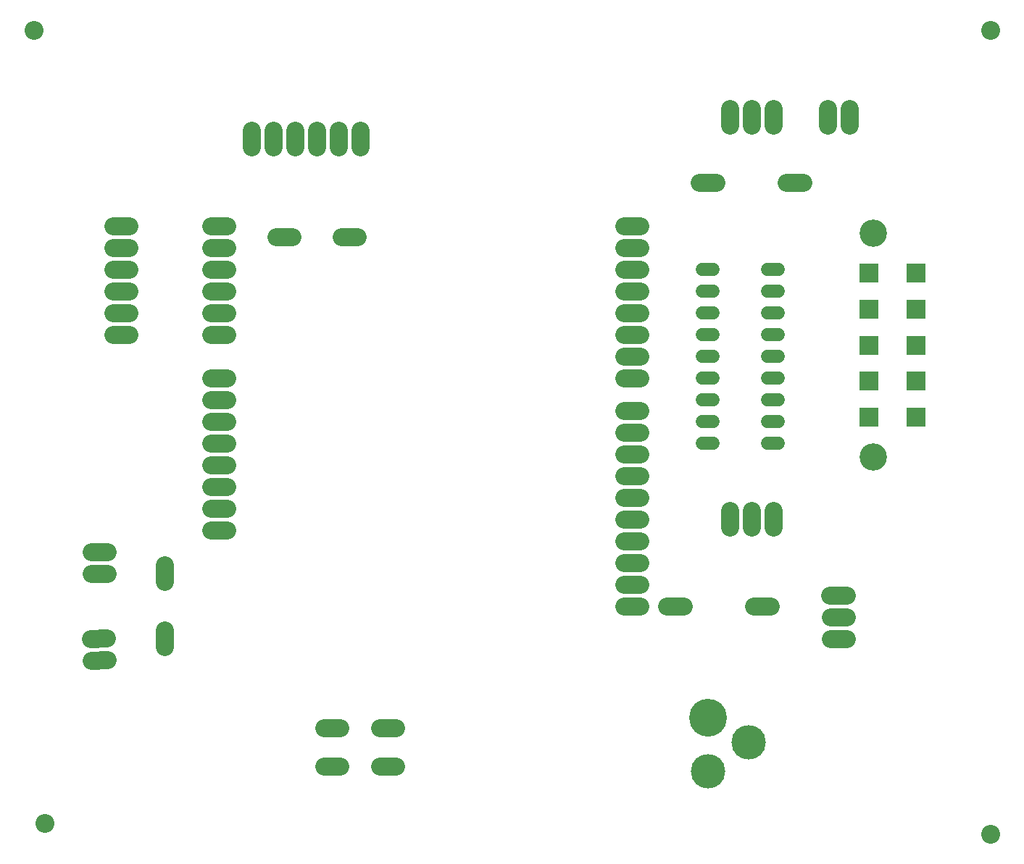
<source format=gbr>
G04 EAGLE Gerber X2 export*
%TF.Part,Single*%
%TF.FileFunction,Soldermask,Bot,1*%
%TF.FilePolarity,Negative*%
%TF.GenerationSoftware,Autodesk,EAGLE,8.7.1*%
%TF.CreationDate,2018-05-14T10:07:05Z*%
G75*
%MOMM*%
%FSLAX34Y34*%
%LPD*%
%AMOC8*
5,1,8,0,0,1.08239X$1,22.5*%
G01*
%ADD10C,2.203200*%
%ADD11C,2.082800*%
%ADD12C,4.419200*%
%ADD13C,4.019200*%
%ADD14C,2.133600*%
%ADD15C,1.524000*%
%ADD16R,2.303200X2.303200*%
%ADD17C,3.203200*%


D10*
X431800Y0D03*
X1536700Y-12700D03*
X1536700Y927100D03*
X419100Y927100D03*
D11*
X625602Y393700D02*
X644398Y393700D01*
X644398Y419100D02*
X625602Y419100D01*
X625602Y444500D02*
X644398Y444500D01*
X644398Y469900D02*
X625602Y469900D01*
X625602Y495300D02*
X644398Y495300D01*
X644398Y520700D02*
X625602Y520700D01*
X625602Y571500D02*
X644398Y571500D01*
X644398Y596900D02*
X625602Y596900D01*
X625602Y622300D02*
X644398Y622300D01*
X644398Y647700D02*
X625602Y647700D01*
X625602Y673100D02*
X644398Y673100D01*
X644398Y698500D02*
X625602Y698500D01*
X1108202Y698500D02*
X1126998Y698500D01*
X1126998Y673100D02*
X1108202Y673100D01*
X1108202Y647700D02*
X1126998Y647700D01*
X1126998Y622300D02*
X1108202Y622300D01*
X1108202Y596900D02*
X1126998Y596900D01*
X1126998Y571500D02*
X1108202Y571500D01*
X1108202Y546100D02*
X1126998Y546100D01*
X1126998Y520700D02*
X1108202Y520700D01*
X1108202Y482600D02*
X1126998Y482600D01*
X1126998Y457200D02*
X1108202Y457200D01*
X1108202Y431800D02*
X1126998Y431800D01*
X1126998Y406400D02*
X1108202Y406400D01*
X1108202Y381000D02*
X1126998Y381000D01*
X1126998Y355600D02*
X1108202Y355600D01*
X1108202Y330200D02*
X1126998Y330200D01*
X1126998Y304800D02*
X1108202Y304800D01*
X1108202Y279400D02*
X1126998Y279400D01*
X1126998Y254000D02*
X1108202Y254000D01*
X644398Y368300D02*
X625602Y368300D01*
X625602Y342900D02*
X644398Y342900D01*
D12*
X1206500Y123300D03*
D13*
X1206500Y60800D03*
X1254500Y94800D03*
D14*
X1349248Y266700D02*
X1368552Y266700D01*
D11*
X1368298Y241300D02*
X1349502Y241300D01*
X1349502Y215900D02*
X1368298Y215900D01*
X504693Y190795D02*
X485907Y190205D01*
X485109Y215592D02*
X503896Y216183D01*
X504698Y292100D02*
X485902Y292100D01*
X485902Y317500D02*
X504698Y317500D01*
X571500Y225298D02*
X571500Y206502D01*
X571500Y282702D02*
X571500Y301498D01*
X758190Y111506D02*
X776986Y111506D01*
X823214Y111506D02*
X842010Y111506D01*
X776986Y66294D02*
X758190Y66294D01*
X823214Y66294D02*
X842010Y66294D01*
D15*
X1199896Y647700D02*
X1213104Y647700D01*
X1213104Y622300D02*
X1199896Y622300D01*
X1199896Y495300D02*
X1213104Y495300D01*
X1213104Y469900D02*
X1199896Y469900D01*
X1199896Y596900D02*
X1213104Y596900D01*
X1213104Y571500D02*
X1199896Y571500D01*
X1199896Y520700D02*
X1213104Y520700D01*
X1213104Y546100D02*
X1199896Y546100D01*
X1199896Y444500D02*
X1213104Y444500D01*
X1276096Y444500D02*
X1289304Y444500D01*
X1289304Y469900D02*
X1276096Y469900D01*
X1276096Y495300D02*
X1289304Y495300D01*
X1289304Y520700D02*
X1276096Y520700D01*
X1276096Y546100D02*
X1289304Y546100D01*
X1289304Y571500D02*
X1276096Y571500D01*
X1276096Y596900D02*
X1289304Y596900D01*
X1289304Y622300D02*
X1276096Y622300D01*
X1276096Y647700D02*
X1289304Y647700D01*
D14*
X1178052Y254000D02*
X1158748Y254000D01*
X1260348Y254000D02*
X1279652Y254000D01*
X1216152Y749300D02*
X1196848Y749300D01*
X1298448Y749300D02*
X1317752Y749300D01*
D11*
X1346200Y816102D02*
X1346200Y834898D01*
X1371600Y834898D02*
X1371600Y816102D01*
D14*
X1282700Y815848D02*
X1282700Y835152D01*
D11*
X1257300Y834898D02*
X1257300Y816102D01*
X1231900Y816102D02*
X1231900Y834898D01*
D14*
X1282700Y365252D02*
X1282700Y345948D01*
D11*
X1257300Y346202D02*
X1257300Y364998D01*
X1231900Y364998D02*
X1231900Y346202D01*
X796798Y685800D02*
X778002Y685800D01*
X720598Y685800D02*
X701802Y685800D01*
X530098Y698500D02*
X511302Y698500D01*
X511302Y673100D02*
X530098Y673100D01*
X530098Y647700D02*
X511302Y647700D01*
X511302Y622300D02*
X530098Y622300D01*
X530098Y596900D02*
X511302Y596900D01*
X511302Y571500D02*
X530098Y571500D01*
X673100Y790702D02*
X673100Y809498D01*
X698500Y809498D02*
X698500Y790702D01*
X723900Y790702D02*
X723900Y809498D01*
X749300Y809498D02*
X749300Y790702D01*
X774700Y790702D02*
X774700Y809498D01*
X800100Y809498D02*
X800100Y790702D01*
D16*
X1449900Y642800D03*
X1449900Y600800D03*
X1449900Y558800D03*
X1449900Y516800D03*
X1449900Y474800D03*
X1394900Y516800D03*
X1394900Y474800D03*
X1394900Y558800D03*
X1394900Y600800D03*
X1394900Y642800D03*
D17*
X1399500Y689800D03*
X1399500Y427800D03*
M02*

</source>
